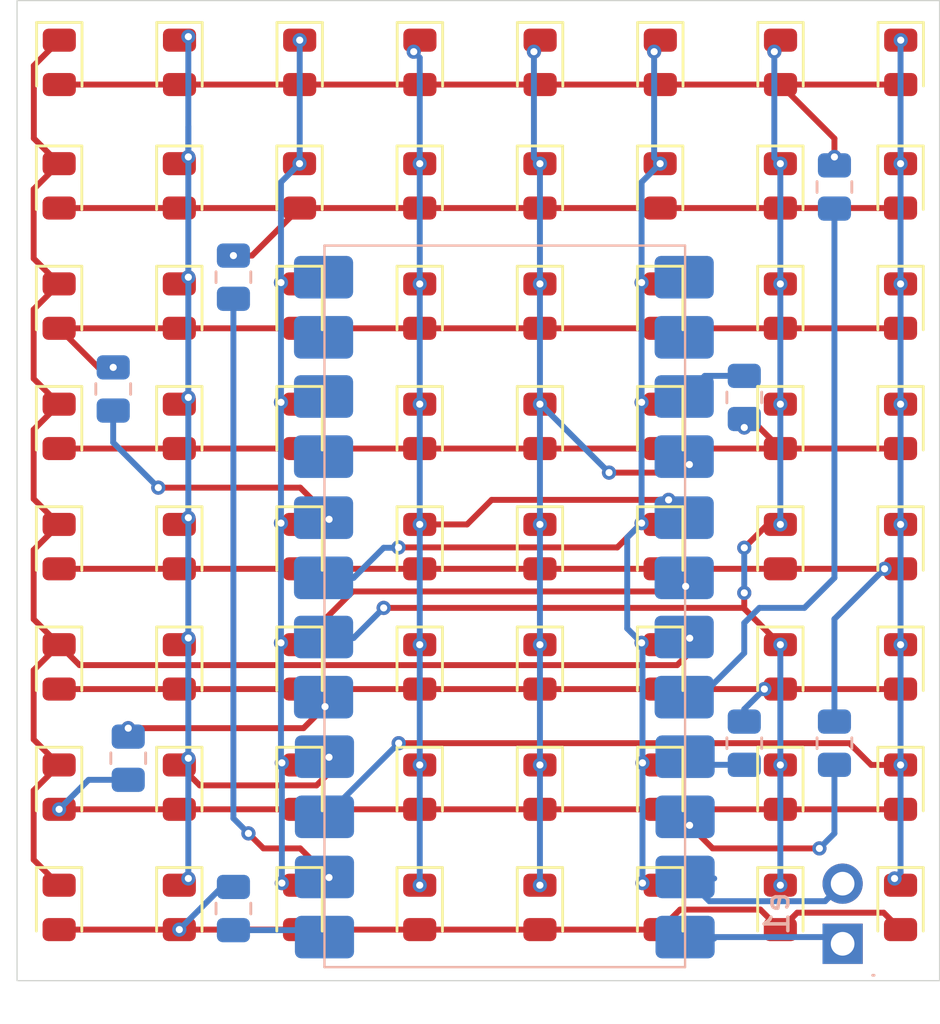
<source format=kicad_pcb>
(kicad_pcb (version 20241229) (generator "pcbnew") (generator_version "9.0")
  (layers (0 "F.Cu" signal) (2 "B.Cu" signal) (13 "F.Paste" user) (15 "B.Paste" user) (5 "F.SilkS" user "F.Silkscreen") (7 "B.SilkS" user "B.Silkscreen") (1 "F.Mask" user) (3 "B.Mask" user) (25 "Edge.Cuts" user))
  (net 0 "")
  (net 1 "Net-(D1-K)")
  (net 2 "Net-(D1-A)")
  (net 3 "Net-(D10-A)")
  (net 4 "Net-(D11-A)")
  (net 5 "Net-(D12-A)")
  (net 6 "Net-(D13-A)")
  (net 7 "Net-(D14-A)")
  (net 8 "Net-(D15-A)")
  (net 9 "Net-(D16-A)")
  (net 10 "Net-(D10-K)")
  (net 11 "Net-(D17-K)")
  (net 12 "Net-(D18-K)")
  (net 13 "Net-(D33-K)")
  (net 14 "Net-(D34-K)")
  (net 15 "Net-(D35-K)")
  (net 16 "Net-(D36-K)")
  (net 17 "Net-(J1-D2)")
  (net 18 "Net-(J1-D4)")
  (net 19 "Net-(J1-D7)")
  (net 20 "Net-(J1-C3)")
  (net 23 "Net-(J1-D6)")
  (net 26 "Net-(J1-D3)")
  (net 28 "Net-(J1-A1)")
  (net 29 "Net-(J1-C0)")
  (net 30 "Net-(J1-D5)")
  (net 32 "Net-(J1-C4)")
  (footprint "LED_SMD:LED_0805_2012Metric" (layer "F.Cu") (at 178.045 109.2175 -90)
    (property "Reference" "D59" (hide yes))
    (property "Value" "LED")
  )
  (footprint "LED_SMD:LED_0805_2012Metric" (layer "F.Cu") (at 178.045 114.2975 -90)
    (property "Reference" "D63" (hide yes))
    (property "Value" "LED")
  )
  (footprint "LED_SMD:LED_0805_2012Metric" (layer "F.Cu") (at 147.565 109.2175 -90)
    (property "Reference" "D7" (hide yes))
    (property "Value" "LED")
  )
  (footprint "" (layer "F.Cu") (at 181.474 81.326)
    (property "Reference" "")
    (property "Value" "")
  )
  (footprint "" (layer "F.Cu") (at 150.232 111.552)
    (property "Reference" "")
    (property "Value" "")
  )
  (footprint "LED_SMD:LED_0805_2012Metric" (layer "F.Cu") (at 147.565 93.9775 -90)
    (property "Reference" "D4" (hide yes))
    (property "Value" "LED")
  )
  (footprint "LED_SMD:LED_0805_2012Metric" (layer "F.Cu") (at 183.125 83.8175 -90)
    (property "Reference" "D40" (hide yes))
    (property "Value" "LED")
  )
  (footprint "LED_SMD:LED_0805_2012Metric" (layer "F.Cu") (at 183.132608 78.601006 -90)
    (property "Reference" "D36" (hide yes))
    (property "Value" "LED")
  )
  (footprint "" (layer "F.Cu") (at 181.474 111.552)
    (property "Reference" "")
    (property "Value" "")
  )
  (footprint "LED_SMD:LED_0805_2012Metric" (layer "F.Cu") (at 167.885 114.2975 -90)
    (property "Reference" "D61" (hide yes))
    (property "Value" "LED")
  )
  (footprint "LED_SMD:LED_0805_2012Metric" (layer "F.Cu") (at 178.045 88.8975 -90)
    (property "Reference" "D43" (hide yes))
    (property "Value" "LED")
  )
  (footprint "LED_SMD:LED_0805_2012Metric" (layer "F.Cu") (at 157.725 93.9775 -90)
    (property "Reference" "D23" (hide yes))
    (property "Value" "LED")
  )
  (footprint "LED_SMD:LED_0805_2012Metric" (layer "F.Cu") (at 172.965 93.9775 -90)
    (property "Reference" "D46" (hide yes))
    (property "Value" "LED")
  )
  (footprint "LED_SMD:LED_0805_2012Metric" (layer "F.Cu") (at 162.805 99.0575 -90)
    (property "Reference" "D26" (hide yes))
    (property "Value" "LED")
  )
  (footprint "LED_SMD:LED_0805_2012Metric" (layer "F.Cu") (at 152.645 83.8175 -90)
    (property "Reference" "D10" (hide yes))
    (property "Value" "LED")
  )
  (footprint "LED_SMD:LED_0805_2012Metric" (layer "F.Cu") (at 172.965 109.2175 -90)
    (property "Reference" "D58" (hide yes))
    (property "Value" "LED")
  )
  (footprint "LED_SMD:LED_0805_2012Metric" (layer "F.Cu") (at 167.885 109.2175 -90)
    (property "Reference" "D57" (hide yes))
    (property "Value" "LED")
  )
  (footprint "LED_SMD:LED_0805_2012Metric" (layer "F.Cu") (at 157.725 88.8975 -90)
    (property "Reference" "D21" (hide yes))
    (property "Value" "LED")
  )
  (footprint "LED_SMD:LED_0805_2012Metric" (layer "F.Cu") (at 152.645 114.2975 -90)
    (property "Reference" "D16" (hide yes))
    (property "Value" "LED")
  )
  (footprint "LED_SMD:LED_0805_2012Metric" (layer "F.Cu") (at 178.052608 78.601006 -90)
    (property "Reference" "D35" (hide yes))
    (property "Value" "LED")
  )
  (footprint "LED_SMD:LED_0805_2012Metric" (layer "F.Cu") (at 183.125 93.9775 -90)
    (property "Reference" "D48" (hide yes))
    (property "Value" "LED")
  )
  (footprint "LED_SMD:LED_0805_2012Metric" (layer "F.Cu") (at 183.125 104.1375 -90)
    (property "Reference" "D56" (hide yes))
    (property "Value" "LED")
  )
  (footprint "LED_SMD:LED_0805_2012Metric" (layer "F.Cu") (at 162.805 114.2975 -90)
    (property "Reference" "D32" (hide yes))
    (property "Value" "LED")
  )
  (footprint "LED_SMD:LED_0805_2012Metric" (layer "F.Cu") (at 162.812608 78.601006 -90)
    (property "Reference" "D18" (hide yes))
    (property "Value" "LED")
  )
  (footprint "LED_SMD:LED_0805_2012Metric" (layer "F.Cu") (at 147.565 114.2975 -90)
    (property "Reference" "D8" (hide yes))
    (property "Value" "LED")
  )
  (footprint "LED_SMD:LED_0805_2012Metric" (layer "F.Cu") (at 162.805 88.8975 -90)
    (property "Reference" "D22" (hide yes))
    (property "Value" "LED")
  )
  (footprint "LED_SMD:LED_0805_2012Metric" (layer "F.Cu") (at 167.885 104.1375 -90)
    (property "Reference" "D53" (hide yes))
    (property "Value" "LED")
  )
  (footprint "LED_SMD:LED_0805_2012Metric" (layer "F.Cu") (at 147.565 88.8975 -90)
    (property "Reference" "D3" (hide yes))
    (property "Value" "LED")
  )
  (footprint "" (layer "F.Cu") (at 150.232 81.326)
    (property "Reference" "")
    (property "Value" "")
  )
  (footprint "LED_SMD:LED_0805_2012Metric" (layer "F.Cu") (at 152.645 88.8975 -90)
    (property "Reference" "D11" (hide yes))
    (property "Value" "LED")
  )
  (footprint "LED_SMD:LED_0805_2012Metric" (layer "F.Cu") (at 147.572608 78.601006 -90)
    (property "Reference" "D1" (hide yes))
    (property "Value" "LED")
  )
  (footprint "LED_SMD:LED_0805_2012Metric" (layer "F.Cu") (at 157.725 99.0575 -90)
    (property "Reference" "D25" (hide yes))
    (property "Value" "LED")
  )
  (footprint "LED_SMD:LED_0805_2012Metric" (layer "F.Cu") (at 172.965 88.8975 -90)
    (property "Reference" "D42" (hide yes))
    (property "Value" "LED")
  )
  (footprint "LED_SMD:LED_0805_2012Metric" (layer "F.Cu") (at 183.125 88.8975 -90)
    (property "Reference" "D44" (hide yes))
    (property "Value" "LED")
  )
  (footprint "LED_SMD:LED_0805_2012Metric" (layer "F.Cu") (at 157.725 109.2175 -90)
    (property "Reference" "D29" (hide yes))
    (property "Value" "LED")
  )
  (footprint "LED_SMD:LED_0805_2012Metric" (layer "F.Cu") (at 152.645 109.2175 -90)
    (property "Reference" "D15" (hide yes))
    (property "Value" "LED")
  )
  (footprint "LED_SMD:LED_0805_2012Metric" (layer "F.Cu") (at 152.652608 78.601006 -90)
    (property "Reference" "D9" (hide yes))
    (property "Value" "LED")
  )
  (footprint "LED_SMD:LED_0805_2012Metric" (layer "F.Cu") (at 147.565 104.1375 -90)
    (property "Reference" "D6" (hide yes))
    (property "Value" "LED")
  )
  (footprint "LED_SMD:LED_0805_2012Metric" (layer "F.Cu") (at 183.125 109.2175 -90)
    (property "Reference" "D60" (hide yes))
    (property "Value" "LED")
  )
  (footprint "LED_SMD:LED_0805_2012Metric" (layer "F.Cu") (at 147.565 99.0575 -90)
    (property "Reference" "D5" (hide yes))
    (property "Value" "LED")
  )
  (footprint "LED_SMD:LED_0805_2012Metric" (layer "F.Cu") (at 183.125 114.2975 -90)
    (property "Reference" "D64" (hide yes))
    (property "Value" "LED")
  )
  (footprint "LED_SMD:LED_0805_2012Metric" (layer "F.Cu") (at 152.645 93.9775 -90)
    (property "Reference" "D12" (hide yes))
    (property "Value" "LED")
  )
  (footprint "LED_SMD:LED_0805_2012Metric" (layer "F.Cu") (at 147.565 83.8175 -90)
    (property "Reference" "D2" (hide yes))
    (property "Value" "LED")
  )
  (footprint "LED_SMD:LED_0805_2012Metric" (layer "F.Cu") (at 178.045 99.0575 -90)
    (property "Reference" "D51" (hide yes))
    (property "Value" "LED")
  )
  (footprint "LED_SMD:LED_0805_2012Metric" (layer "F.Cu") (at 162.805 93.9775 -90)
    (property "Reference" "D24" (hide yes))
    (property "Value" "LED")
  )
  (footprint "LED_SMD:LED_0805_2012Metric" (layer "F.Cu") (at 167.885 93.9775 -90)
    (property "Reference" "D45" (hide yes))
    (property "Value" "LED")
  )
  (footprint "LED_SMD:LED_0805_2012Metric" (layer "F.Cu") (at 162.805 104.1375 -90)
    (property "Reference" "D28" (hide yes))
    (property "Value" "LED")
  )
  (footprint "LED_SMD:LED_0805_2012Metric" (layer "F.Cu") (at 172.965 99.0575 -90)
    (property "Reference" "D50" (hide yes))
    (property "Value" "LED")
  )
  (footprint "LED_SMD:LED_0805_2012Metric" (layer "F.Cu") (at 162.805 83.8175 -90)
    (property "Reference" "D20" (hide yes))
    (property "Value" "LED")
  )
  (footprint "LED_SMD:LED_0805_2012Metric" (layer "F.Cu") (at 167.892608 78.601006 -90)
    (property "Reference" "D33" (hide yes))
    (property "Value" "LED")
  )
  (footprint "LED_SMD:LED_0805_2012Metric" (layer "F.Cu") (at 157.725 83.8175 -90)
    (property "Reference" "D19" (hide yes))
    (property "Value" "LED")
  )
  (footprint "LED_SMD:LED_0805_2012Metric" (layer "F.Cu") (at 172.972608 78.601006 -90)
    (property "Reference" "D34" (hide yes))
    (property "Value" "LED")
  )
  (footprint "LED_SMD:LED_0805_2012Metric" (layer "F.Cu") (at 172.965 83.8175 -90)
    (property "Reference" "D38" (hide yes))
    (property "Value" "LED")
  )
  (footprint "LED_SMD:LED_0805_2012Metric" (layer "F.Cu") (at 157.732608 78.601006 -90)
    (property "Reference" "D17" (hide yes))
    (property "Value" "LED")
  )
  (footprint "LED_SMD:LED_0805_2012Metric" (layer "F.Cu") (at 152.645 104.1375 -90)
    (property "Reference" "D14" (hide yes))
    (property "Value" "LED")
  )
  (footprint "LED_SMD:LED_0805_2012Metric" (layer "F.Cu") (at 162.805 109.2175 -90)
    (property "Reference" "D30" (hide yes))
    (property "Value" "LED")
  )
  (footprint "LED_SMD:LED_0805_2012Metric" (layer "F.Cu") (at 178.045 83.8175 -90)
    (property "Reference" "D39" (hide yes))
    (property "Value" "LED")
  )
  (footprint "LED_SMD:LED_0805_2012Metric" (layer "F.Cu") (at 152.645 99.0575 -90)
    (property "Reference" "D13" (hide yes))
    (property "Value" "LED")
  )
  (footprint "LED_SMD:LED_0805_2012Metric" (layer "F.Cu") (at 183.125 99.0575 -90)
    (property "Reference" "D52" (hide yes))
    (property "Value" "LED")
  )
  (footprint "LED_SMD:LED_0805_2012Metric" (layer "F.Cu") (at 157.725 104.1375 -90)
    (property "Reference" "D27" (hide yes))
    (property "Value" "LED")
  )
  (footprint "LED_SMD:LED_0805_2012Metric" (layer "F.Cu") (at 172.965 104.1375 -90)
    (property "Reference" "D54" (hide yes))
    (property "Value" "LED")
  )
  (footprint "LED_SMD:LED_0805_2012Metric" (layer "F.Cu") (at 167.885 88.8975 -90)
    (property "Reference" "D41" (hide yes))
    (property "Value" "LED")
  )
  (footprint "LED_SMD:LED_0805_2012Metric" (layer "F.Cu") (at 167.885 83.8175 -90)
    (property "Reference" "D37" (hide yes))
    (property "Value" "LED")
  )
  (footprint "LED_SMD:LED_0805_2012Metric" (layer "F.Cu") (at 157.725 114.2975 -90)
    (property "Reference" "D31" (hide yes))
    (property "Value" "LED")
  )
  (footprint "LED_SMD:LED_0805_2012Metric" (layer "F.Cu") (at 178.045 93.9775 -90)
    (property "Reference" "D47" (hide yes))
    (property "Value" "LED")
  )
  (footprint "LED_SMD:LED_0805_2012Metric" (layer "F.Cu") (at 172.965 114.2975 -90)
    (property "Reference" "D62" (hide yes))
    (property "Value" "LED")
  )
  (footprint "LED_SMD:LED_0805_2012Metric" (layer "F.Cu") (at 167.885 99.0575 -90)
    (property "Reference" "D49" (hide yes))
    (property "Value" "LED")
  )
  (footprint "LED_SMD:LED_0805_2012Metric" (layer "F.Cu") (at 178.045 104.1375 -90)
    (property "Reference" "D55" (hide yes))
    (property "Value" "LED")
  )
  (footprint "Connector_PinSocket_2.54mm:PinSocket_2x01_P2.54mm_Vertical" (layer "B.Cu") (at 180.677 115.835 -90)
    (property "Reference" "e1")
    (property "Value" "Conn_01x02")
  )
  (footprint "Resistor_SMD:R_0805_2012Metric" (layer "B.Cu") (at 149.851 92.3985 -90)
    (property "Reference" "R3" (hide yes))
    (property "Value" "R" (hide yes))
  )
  (footprint "Resistor_SMD:R_0805_2012Metric" (layer "B.Cu") (at 176.521 107.361 -90)
    (property "Reference" "R6" (hide yes))
    (property "Value" "R" (hide yes))
  )
  (footprint "Resistor_SMD:R_0805_2012Metric" (layer "B.Cu") (at 176.521 92.756 90)
    (property "Reference" "R4" (hide yes))
    (property "Value" "R" (hide yes))
  )
  (footprint "Resistor_SMD:R_0805_2012Metric" (layer "B.Cu") (at 154.931 87.676 -90)
    (property "Reference" "R2" (hide yes))
    (property "Value" "R" (hide yes))
  )
  (footprint "Resistor_SMD:R_0805_2012Metric" (layer "B.Cu") (at 150.486 107.996 90)
    (property "Reference" "R7" (hide yes))
    (property "Value" "R" (hide yes))
  )
  (footprint "Resistor_SMD:R_0805_2012Metric" (layer "B.Cu") (at 180.331 107.361 -90)
    (property "Reference" "R5" (hide yes))
    (property "Value" "R" (hide yes))
  )
  (footprint "Resistor_SMD:R_0805_2012Metric" (layer "B.Cu") (at 180.331 83.866 -90)
    (property "Reference" "R1" (hide yes))
    (property "Value" "R" (hide yes))
  )
  (footprint "Resistor_SMD:R_0805_2012Metric" (layer "B.Cu") (at 154.931 114.346 -90)
    (property "Reference" "R8" (hide yes))
    (property "Value" "R" (hide yes))
  )
  (footprint "Library:ch32v003weact_SolderPad_15.24mm" (layer "B.Cu") (at 166.399082 118.091343 180)
    (property "Reference" "J1" (hide yes))
    (property "Value" "Conn_02x12_Counter_Clockwise" (hide yes))
  )
  (gr_line (start 173.981 106.091) (end 173.981 105.456) (stroke (width 0.2)) (layer "B.Cu") (net 17))
  (gr_rect (start 145.787 75.992) (end 184.776 117.394) (stroke (width 0.05)) (fill no) (layer "Edge.Cuts"))
  (segment (start 146.489 102.124) (end 147.565 103.2) (width 0.25) (layer "F.Cu") (net 1))
  (segment (start 147.565 98.12) (end 146.489 99.196) (width 0.25) (layer "F.Cu") (net 1))
  (segment (start 146.489 109.356) (end 146.489 112.284) (width 0.25) (layer "F.Cu") (net 1))
  (segment (start 146.489 83.956) (end 146.489 86.884) (width 0.25) (layer "F.Cu") (net 1))
  (segment (start 146.489 104.276) (end 146.489 107.204) (width 0.25) (layer "F.Cu") (net 1))
  (segment (start 146.489 99.196) (end 146.489 102.124) (width 0.25) (layer "F.Cu") (net 1))
  (segment (start 147.565 82.88) (end 146.489 83.956) (width 0.25) (layer "F.Cu") (net 1))
  (segment (start 147.565 108.28) (end 146.489 109.356) (width 0.25) (layer "F.Cu") (net 1))
  (segment (start 146.489 112.284) (end 147.565 113.36) (width 0.25) (layer "F.Cu") (net 1))
  (segment (start 146.496608 81.811608) (end 147.565 82.88) (width 0.25) (layer "F.Cu") (net 1))
  (segment (start 174.214963 103.533249) (end 174.214963 102.925909) (width 0.25) (layer "F.Cu") (net 1))
  (segment (start 147.565 103.2) (end 146.489 104.276) (width 0.25) (layer "F.Cu") (net 1))
  (segment (start 146.489 94.116) (end 146.489 97.044) (width 0.25) (layer "F.Cu") (net 1))
  (segment (start 147.572608 77.663506) (end 146.496608 78.739506) (width 0.25) (layer "F.Cu") (net 1))
  (segment (start 146.489 97.044) (end 147.565 98.12) (width 0.25) (layer "F.Cu") (net 1))
  (segment (start 146.489 107.204) (end 147.565 108.28) (width 0.25) (layer "F.Cu") (net 1))
  (segment (start 173.684712 104.0635) (end 174.214963 103.533249) (width 0.25) (layer "F.Cu") (net 1))
  (segment (start 146.496608 78.739506) (end 146.496608 81.811608) (width 0.25) (layer "F.Cu") (net 1))
  (segment (start 146.489 91.964) (end 147.565 93.04) (width 0.25) (layer "F.Cu") (net 1))
  (segment (start 146.489 89.036) (end 146.489 91.964) (width 0.25) (layer "F.Cu") (net 1))
  (segment (start 147.565 103.2) (end 148.4285 104.0635) (width 0.25) (layer "F.Cu") (net 1))
  (segment (start 147.565 93.04) (end 146.489 94.116) (width 0.25) (layer "F.Cu") (net 1))
  (segment (start 147.565 87.96) (end 146.489 89.036) (width 0.25) (layer "F.Cu") (net 1))
  (segment (start 148.4285 104.0635) (end 173.684712 104.0635) (width 0.25) (layer "F.Cu") (net 1))
  (segment (start 146.489 86.884) (end 147.565 87.96) (width 0.25) (layer "F.Cu") (net 1))
  (via (at 174.214963 102.925909) (size 0.6) (drill 0.3) (layers "F.Cu" "B.Cu") (net 1))
  (segment (start 180.331 81.816898) (end 178.052608 79.538506) (width 0.25) (layer "F.Cu") (net 2))
  (segment (start 147.572608 79.538506) (end 183.132608 79.538506) (width 0.25) (layer "F.Cu") (net 2))
  (segment (start 180.331 82.596) (end 180.331 81.816898) (width 0.25) (layer "F.Cu") (net 2))
  (via (at 180.331 82.596) (size 0.6) (drill 0.3) (layers "F.Cu" "B.Cu") (net 2))
  (segment (start 180.331 82.9535) (end 180.331 82.596) (width 0.25) (layer "B.Cu") (net 2))
  (segment (start 155.7165 86.7635) (end 157.725 84.755) (width 0.25) (layer "F.Cu") (net 3))
  (segment (start 154.931 86.7635) (end 155.7165 86.7635) (width 0.25) (layer "F.Cu") (net 3))
  (segment (start 147.565 84.755) (end 183.125 84.755) (width 0.25) (layer "F.Cu") (net 3))
  (via (at 154.931 86.7635) (size 0.6) (drill 0.3) (layers "F.Cu" "B.Cu") (net 3))
  (segment (start 149.216 91.486) (end 147.565 89.835) (width 0.25) (layer "F.Cu") (net 4))
  (segment (start 149.851 91.486) (end 149.216 91.486) (width 0.25) (layer "F.Cu") (net 4))
  (segment (start 147.565 89.835) (end 183.125 89.835) (width 0.25) (layer "F.Cu") (net 4))
  (via (at 149.851 91.486) (size 0.6) (drill 0.3) (layers "F.Cu" "B.Cu") (net 4))
  (segment (start 177.156 94.026) (end 178.045 94.915) (width 0.25) (layer "F.Cu") (net 5))
  (segment (start 176.521 94.026) (end 177.156 94.026) (width 0.25) (layer "F.Cu") (net 5))
  (segment (start 147.565 94.915) (end 183.125 94.915) (width 0.25) (layer "F.Cu") (net 5))
  (via (at 176.521 94.026) (size 0.6) (drill 0.3) (layers "F.Cu" "B.Cu") (net 5))
  (segment (start 176.521 93.6685) (end 176.521 94.026) (width 0.25) (layer "B.Cu") (net 5))
  (segment (start 147.565 99.995) (end 183.125 99.995) (width 0.25) (layer "F.Cu") (net 6))
  (via (at 182.45 99.995) (size 0.6) (drill 0.3) (layers "F.Cu" "B.Cu") (net 6))
  (segment (start 180.331 106.4485) (end 180.331 102.114) (width 0.25) (layer "B.Cu") (net 6))
  (segment (start 180.331 102.114) (end 182.45 99.995) (width 0.25) (layer "B.Cu") (net 6))
  (segment (start 147.565 105.075) (end 183.125 105.075) (width 0.25) (layer "F.Cu") (net 7))
  (via (at 177.37 105.075) (size 0.6) (drill 0.3) (layers "F.Cu" "B.Cu") (net 7))
  (segment (start 176.521 106.4485) (end 176.521 105.924) (width 0.25) (layer "B.Cu") (net 7))
  (segment (start 176.521 105.924) (end 177.37 105.075) (width 0.25) (layer "B.Cu") (net 7))
  (segment (start 147.565 110.155) (end 183.125 110.155) (width 0.25) (layer "F.Cu") (net 8))
  (via (at 147.565 110.155) (size 0.6) (drill 0.3) (layers "F.Cu" "B.Cu") (net 8))
  (segment (start 148.8115 108.9085) (end 147.565 110.155) (width 0.25) (layer "B.Cu") (net 8))
  (segment (start 150.486 108.9085) (end 148.8115 108.9085) (width 0.25) (layer "B.Cu") (net 8))
  (segment (start 173.81 114.39) (end 172.965 115.235) (width 0.25) (layer "F.Cu") (net 9))
  (segment (start 172.965 115.235) (end 147.565 115.235) (width 0.25) (layer "F.Cu") (net 9))
  (segment (start 182.411 114.521) (end 178.759 114.521) (width 0.25) (layer "F.Cu") (net 9))
  (segment (start 178.759 114.521) (end 178.045 115.235) (width 0.25) (layer "F.Cu") (net 9))
  (segment (start 177.2 114.39) (end 173.81 114.39) (width 0.25) (layer "F.Cu") (net 9))
  (segment (start 183.125 115.235) (end 182.411 114.521) (width 0.25) (layer "F.Cu") (net 9))
  (segment (start 178.045 115.235) (end 177.2 114.39) (width 0.25) (layer "F.Cu") (net 9))
  (via (at 152.645 115.235) (size 0.6) (drill 0.3) (layers "F.Cu" "B.Cu") (net 9))
  (segment (start 154.931 113.4335) (end 154.931 113.076) (width 0.25) (layer "B.Cu") (net 9))
  (segment (start 154.931 113.076) (end 154.804 113.076) (width 0.25) (layer "B.Cu") (net 9))
  (segment (start 154.804 113.076) (end 152.645 115.235) (width 0.25) (layer "B.Cu") (net 9))
  (segment (start 152.742 108.28) (end 153.026 107.996) (width 0.25) (layer "F.Cu") (net 10))
  (segment (start 152.878494 77.663506) (end 153.026 77.516) (width 0.25) (layer "F.Cu") (net 10))
  (segment (start 158.972004 108.616208) (end 158.444712 109.1435) (width 0.25) (layer "F.Cu") (net 10))
  (segment (start 153.5085 109.1435) (end 152.645 108.28) (width 0.25) (layer "F.Cu") (net 10))
  (segment (start 153.026 82.596) (end 152.929 82.596) (width 0.25) (layer "F.Cu") (net 10))
  (segment (start 152.645 108.28) (end 152.742 108.28) (width 0.25) (layer "F.Cu") (net 10))
  (segment (start 158.972004 107.954925) (end 158.972004 108.616208) (width 0.25) (layer "F.Cu") (net 10))
  (segment (start 152.645 113.36) (end 152.742 113.36) (width 0.25) (layer "F.Cu") (net 10))
  (segment (start 152.645 98.12) (end 152.742 98.12) (width 0.25) (layer "F.Cu") (net 10))
  (segment (start 152.742 93.04) (end 153.026 92.756) (width 0.25) (layer "F.Cu") (net 10))
  (segment (start 152.742 98.12) (end 153.026 97.836) (width 0.25) (layer "F.Cu") (net 10))
  (segment (start 152.652608 77.663506) (end 152.878494 77.663506) (width 0.25) (layer "F.Cu") (net 10))
  (segment (start 152.645 87.96) (end 152.742 87.96) (width 0.25) (layer "F.Cu") (net 10))
  (segment (start 152.645 93.04) (end 152.742 93.04) (width 0.25) (layer "F.Cu") (net 10))
  (segment (start 158.444712 109.1435) (end 153.5085 109.1435) (width 0.25) (layer "F.Cu") (net 10))
  (segment (start 152.929 82.596) (end 152.645 82.88) (width 0.25) (layer "F.Cu") (net 10))
  (segment (start 152.742 113.36) (end 153.026 113.076) (width 0.25) (layer "F.Cu") (net 10))
  (segment (start 152.645 103.2) (end 152.742 103.2) (width 0.25) (layer "F.Cu") (net 10))
  (segment (start 152.742 87.96) (end 153.026 87.676) (width 0.25) (layer "F.Cu") (net 10))
  (segment (start 152.742 103.2) (end 153.026 102.916) (width 0.25) (layer "F.Cu") (net 10))
  (via (at 158.972004 107.954925) (size 0.6) (drill 0.3) (layers "F.Cu" "B.Cu") (net 10))
  (via (at 153.026 102.916) (size 0.6) (drill 0.3) (layers "F.Cu" "B.Cu") (net 10))
  (via (at 153.026 87.676) (size 0.6) (drill 0.3) (layers "F.Cu" "B.Cu") (net 10))
  (via (at 153.026 82.596) (size 0.6) (drill 0.3) (layers "F.Cu" "B.Cu") (net 10))
  (via (at 153.026 107.996) (size 0.6) (drill 0.3) (layers "F.Cu" "B.Cu") (net 10))
  (via (at 153.026 113.076) (size 0.6) (drill 0.3) (layers "F.Cu" "B.Cu") (net 10))
  (via (at 153.026 97.836) (size 0.6) (drill 0.3) (layers "F.Cu" "B.Cu") (net 10))
  (via (at 153.026 92.756) (size 0.6) (drill 0.3) (layers "F.Cu" "B.Cu") (net 10))
  (via (at 153.026 77.516) (size 0.6) (drill 0.3) (layers "F.Cu" "B.Cu") (net 10))
  (segment (start 153.026 92.756) (end 153.026 97.836) (width 0.25) (layer "B.Cu") (net 10))
  (segment (start 158.779082 107.957918) (end 158.741 107.996) (width 0.25) (layer "B.Cu") (net 10))
  (segment (start 153.026 81.326) (end 153.026 82.596) (width 0.25) (layer "B.Cu") (net 10))
  (segment (start 153.026 77.516) (end 153.026 81.326) (width 0.25) (layer "B.Cu") (net 10))
  (segment (start 153.026 107.996) (end 153.026 113.076) (width 0.25) (layer "B.Cu") (net 10))
  (segment (start 153.026 87.676) (end 153.026 92.756) (width 0.25) (layer "B.Cu") (net 10))
  (segment (start 153.026 81.326) (end 153.026 87.041) (width 0.25) (layer "B.Cu") (net 10))
  (segment (start 153.026 87.041) (end 153.026 87.676) (width 0.25) (layer "B.Cu") (net 10))
  (segment (start 153.026 97.836) (end 153.026 102.916) (width 0.25) (layer "B.Cu") (net 10))
  (segment (start 158.741 107.996) (end 158.930929 107.996) (width 0.25) (layer "B.Cu") (net 10))
  (segment (start 158.779082 107.931343) (end 158.779082 107.957918) (width 0.25) (layer "B.Cu") (net 10))
  (segment (start 158.930929 107.996) (end 158.972004 107.954925) (width 0.25) (layer "B.Cu") (net 10))
  (segment (start 153.026 102.916) (end 153.026 107.996) (width 0.25) (layer "B.Cu") (net 10))
  (segment (start 159.974 100.951) (end 173.82833 100.951) (width 0.25) (layer "F.Cu") (net 11))
  (segment (start 157.725 103.2) (end 159.974 100.951) (width 0.25) (layer "F.Cu") (net 11))
  (segment (start 157.725 87.96) (end 157.725 88.034026) (width 0.25) (layer "F.Cu") (net 11))
  (segment (start 157.725 93.04) (end 157.725 93.114026) (width 0.25) (layer "F.Cu") (net 11))
  (segment (start 157.725 98.12) (end 157.725 98.194026) (width 0.25) (layer "F.Cu") (net 11))
  (segment (start 157.732608 77.663506) (end 157.323494 77.663506) (width 0.25) (layer "F.Cu") (net 11))
  (segment (start 173.82833 100.951) (end 174.042941 100.736389) (width 0.25) (layer "F.Cu") (net 11))
  (via (at 156.941 98.064197) (size 0.6) (drill 0.3) (layers "F.Cu" "B.Cu") (net 11))
  (via (at 156.941 103.122275) (size 0.6) (drill 0.3) (layers "F.Cu" "B.Cu") (net 11))
  (via (at 157.732608 77.663506) (size 0.6) (drill 0.3) (layers "F.Cu" "B.Cu") (net 11))
  (via (at 174.042941 100.736389) (size 0.6) (drill 0.3) (layers "F.Cu" "B.Cu") (net 11))
  (via (at 156.979082 113.270444) (size 0.6) (drill 0.3) (layers "F.Cu" "B.Cu") (net 11))
  (via (at 156.941 92.962275) (size 0.6) (drill 0.3) (layers "F.Cu" "B.Cu") (net 11))
  (via (at 156.941 87.904197) (size 0.6) (drill 0.3) (layers "F.Cu" "B.Cu") (net 11))
  (via (at 157.725 82.88) (size 0.6) (drill 0.3) (layers "F.Cu" "B.Cu") (net 11))
  (via (at 156.979082 108.190444) (size 0.6) (drill 0.3) (layers "F.Cu" "B.Cu") (net 11))
  (segment (start 157.725 82.88) (end 156.941 83.664) (width 0.25) (layer "B.Cu") (net 11))
  (segment (start 157.732608 82.872392) (end 157.725 82.88) (width 0.25) (layer "B.Cu") (net 11))
  (segment (start 156.941 108.152362) (end 156.979082 108.190444) (width 0.25) (layer "B.Cu") (net 11))
  (segment (start 156.941 98.064197) (end 156.941 103.122275) (width 0.25) (layer "B.Cu") (net 11))
  (segment (start 156.979082 108.190444) (end 156.979082 113.270444) (width 0.25) (layer "B.Cu") (net 11))
  (segment (start 157.732608 77.663506) (end 157.732608 82.872392) (width 0.25) (layer "B.Cu") (net 11))
  (segment (start 156.941 103.122275) (end 156.941 108.152362) (width 0.25) (layer "B.Cu") (net 11))
  (segment (start 156.941 83.664) (end 156.941 87.904197) (width 0.25) (layer "B.Cu") (net 11))
  (segment (start 156.941 87.904197) (end 156.941 92.962275) (width 0.25) (layer "B.Cu") (net 11))
  (segment (start 156.941 92.962275) (end 156.941 98.064197) (width 0.25) (layer "B.Cu") (net 11))
  (segment (start 173.321962 97.0825) (end 165.8445 97.0825) (width 0.25) (layer "F.Cu") (net 12))
  (segment (start 164.807 98.12) (end 162.805 98.12) (width 0.25) (layer "F.Cu") (net 12))
  (segment (start 165.8445 97.0825) (end 164.807 98.12) (width 0.25) (layer "F.Cu") (net 12))
  (segment (start 162.812608 77.889392) (end 162.551 78.151) (width 0.25) (layer "F.Cu") (net 12))
  (segment (start 162.812608 77.663506) (end 162.812608 77.889392) (width 0.25) (layer "F.Cu") (net 12))
  (via (at 162.805 93.04) (size 0.6) (drill 0.3) (layers "F.Cu" "B.Cu") (net 12))
  (via (at 162.805 113.36) (size 0.6) (drill 0.3) (layers "F.Cu" "B.Cu") (net 12))
  (via (at 162.805 87.96) (size 0.6) (drill 0.3) (layers "F.Cu" "B.Cu") (net 12))
  (via (at 173.321962 97.0825) (size 0.6) (drill 0.3) (layers "F.Cu" "B.Cu") (net 12))
  (via (at 162.805 108.28) (size 0.6) (drill 0.3) (layers "F.Cu" "B.Cu") (net 12))
  (via (at 162.551 78.151) (size 0.6) (drill 0.3) (layers "F.Cu" "B.Cu") (net 12))
  (via (at 162.805 82.88) (size 0.6) (drill 0.3) (layers "F.Cu" "B.Cu") (net 12))
  (via (at 162.805 98.12) (size 0.6) (drill 0.3) (layers "F.Cu" "B.Cu") (net 12))
  (via (at 162.805 103.2) (size 0.6) (drill 0.3) (layers "F.Cu" "B.Cu") (net 12))
  (segment (start 162.805 98.12) (end 162.805 103.2) (width 0.25) (layer "B.Cu") (net 12))
  (segment (start 162.551 78.151) (end 162.805 78.405) (width 0.25) (layer "B.Cu") (net 12))
  (segment (start 162.805 93.04) (end 162.805 98.12) (width 0.25) (layer "B.Cu") (net 12))
  (segment (start 173.981 97.836) (end 173.981 97.741538) (width 0.25) (layer "B.Cu") (net 12))
  (segment (start 162.805 82.88) (end 162.805 87.96) (width 0.25) (layer "B.Cu") (net 12))
  (segment (start 162.805 78.405) (end 162.805 82.88) (width 0.25) (layer "B.Cu") (net 12))
  (segment (start 162.805 87.96) (end 162.805 93.04) (width 0.25) (layer "B.Cu") (net 12))
  (segment (start 162.805 108.28) (end 162.805 113.36) (width 0.25) (layer "B.Cu") (net 12))
  (segment (start 162.805 103.2) (end 162.805 108.28) (width 0.25) (layer "B.Cu") (net 12))
  (segment (start 173.981 97.741538) (end 173.321962 97.0825) (width 0.25) (layer "B.Cu") (net 12))
  (segment (start 170.806 95.931) (end 173.860062 95.931) (width 0.25) (layer "F.Cu") (net 13))
  (segment (start 167.892608 77.663506) (end 167.892608 77.889392) (width 0.25) (layer "F.Cu") (net 13))
  (segment (start 173.860062 95.931) (end 174.201062 95.59) (width 0.25) (layer "F.Cu") (net 13))
  (segment (start 167.892608 77.889392) (end 167.631 78.151) (width 0.25) (layer "F.Cu") (net 13))
  (via (at 170.806 95.931) (size 0.6) (drill 0.3) (layers "F.Cu" "B.Cu") (net 13))
  (via (at 167.885 113.36) (size 0.6) (drill 0.3) (layers "F.Cu" "B.Cu") (net 13))
  (via (at 167.631 78.151) (size 0.6) (drill 0.3) (layers "F.Cu" "B.Cu") (net 13))
  (via (at 167.885 82.88) (size 0.6) (drill 0.3) (layers "F.Cu" "B.Cu") (net 13))
  (via (at 167.885 98.12) (size 0.6) (drill 0.3) (layers "F.Cu" "B.Cu") (net 13))
  (via (at 167.885 108.28) (size 0.6) (drill 0.3) (layers "F.Cu" "B.Cu") (net 13))
  (via (at 167.885 87.96) (size 0.6) (drill 0.3) (layers "F.Cu" "B.Cu") (net 13))
  (via (at 174.201062 95.59) (size 0.6) (drill 0.3) (layers "F.Cu" "B.Cu") (net 13))
  (via (at 167.885 103.2) (size 0.6) (drill 0.3) (layers "F.Cu" "B.Cu") (net 13))
  (via (at 167.885 93.04) (size 0.6) (drill 0.3) (layers "F.Cu" "B.Cu") (net 13))
  (segment (start 167.885 87.96) (end 167.885 93.04) (width 0.25) (layer "B.Cu") (net 13))
  (segment (start 167.885 103.2) (end 167.885 108.28) (width 0.25) (layer "B.Cu") (net 13))
  (segment (start 167.885 108.28) (end 167.885 113.36) (width 0.25) (layer "B.Cu") (net 13))
  (segment (start 167.885 82.88) (end 167.885 87.96) (width 0.25) (layer "B.Cu") (net 13))
  (segment (start 167.915 93.04) (end 170.806 95.931) (width 0.25) (layer "B.Cu") (net 13))
  (segment (start 167.885 93.04) (end 167.915 93.04) (width 0.25) (layer "B.Cu") (net 13))
  (segment (start 167.631 78.151) (end 167.631 82.626) (width 0.25) (layer "B.Cu") (net 13))
  (segment (start 167.885 98.12) (end 167.885 103.2) (width 0.25) (layer "B.Cu") (net 13))
  (segment (start 167.631 82.626) (end 167.885 82.88) (width 0.25) (layer "B.Cu") (net 13))
  (segment (start 167.885 93.04) (end 167.885 98.12) (width 0.25) (layer "B.Cu") (net 13))
  (segment (start 172.972608 77.663506) (end 172.972608 77.889392) (width 0.25) (layer "F.Cu") (net 14))
  (segment (start 171.153905 99.091292) (end 172.181 98.064197) (width 0.25) (layer "F.Cu") (net 14))
  (segment (start 161.907734 99.091292) (end 171.153905 99.091292) (width 0.25) (layer "F.Cu") (net 14))
  (segment (start 172.972608 77.889392) (end 172.711 78.151) (width 0.25) (layer "F.Cu") (net 14))
  (via (at 172.181 103.122275) (size 0.6) (drill 0.3) (layers "F.Cu" "B.Cu") (net 14))
  (via (at 172.181 92.962275) (size 0.6) (drill 0.3) (layers "F.Cu" "B.Cu") (net 14))
  (via (at 172.965 82.88) (size 0.6) (drill 0.3) (layers "F.Cu" "B.Cu") (net 14))
  (via (at 172.219082 108.190444) (size 0.6) (drill 0.3) (layers "F.Cu" "B.Cu") (net 14))
  (via (at 172.181 98.064197) (size 0.6) (drill 0.3) (layers "F.Cu" "B.Cu") (net 14))
  (via (at 172.219082 113.270444) (size 0.6) (drill 0.3) (layers "F.Cu" "B.Cu") (net 14))
  (via (at 161.907734 99.091292) (size 0.6) (drill 0.3) (layers "F.Cu" "B.Cu") (net 14))
  (via (at 172.181 87.904197) (size 0.6) (drill 0.3) (layers "F.Cu" "B.Cu") (net 14))
  (via (at 172.711 78.151) (size 0.6) (drill 0.3) (layers "F.Cu" "B.Cu") (net 14))
  (segment (start 172.181 103.122275) (end 172.219082 103.160357) (width 0.25) (layer "B.Cu") (net 14))
  (segment (start 160.011 100.376) (end 161.281 99.106) (width 0.25) (layer "B.Cu") (net 14))
  (segment (start 172.711 82.626) (end 172.965 82.88) (width 0.25) (layer "B.Cu") (net 14))
  (segment (start 172.181 98.064197) (end 171.575 98.670197) (width 0.25) (layer "B.Cu") (net 14))
  (segment (start 172.219082 108.190444) (end 172.219082 113.270444) (width 0.25) (layer "B.Cu") (net 14))
  (segment (start 172.711 78.151) (end 172.711 82.626) (width 0.25) (layer "B.Cu") (net 14))
  (segment (start 171.575 98.670197) (end 171.575 102.516275) (width 0.25) (layer "B.Cu") (net 14))
  (segment (start 158.741 100.376) (end 160.011 100.376) (width 0.25) (layer "B.Cu") (net 14))
  (segment (start 172.181 83.664) (end 172.181 87.904197) (width 0.25) (layer "B.Cu") (net 14))
  (segment (start 172.181 92.962275) (end 172.181 98.064197) (width 0.25) (layer "B.Cu") (net 14))
  (segment (start 171.575 102.516275) (end 172.181 103.122275) (width 0.25) (layer "B.Cu") (net 14))
  (segment (start 172.219082 103.160357) (end 172.219082 108.190444) (width 0.25) (layer "B.Cu") (net 14))
  (segment (start 161.893026 99.106) (end 161.907734 99.091292) (width 0.25) (layer "B.Cu") (net 14))
  (segment (start 172.181 87.904197) (end 172.181 92.962275) (width 0.25) (layer "B.Cu") (net 14))
  (segment (start 172.965 82.88) (end 172.181 83.664) (width 0.25) (layer "B.Cu") (net 14))
  (segment (start 161.281 99.106) (end 161.893026 99.106) (width 0.25) (layer "B.Cu") (net 14))
  (segment (start 177.141 102.296) (end 178.045 103.2) (width 0.25) (layer "F.Cu") (net 15))
  (segment (start 176.491 101.646) (end 177.141 102.296) (width 0.25) (layer "F.Cu") (net 15))
  (segment (start 178.052608 77.663506) (end 178.052608 77.889392) (width 0.25) (layer "F.Cu") (net 15))
  (segment (start 161.281 101.646) (end 176.491 101.646) (width 0.25) (layer "F.Cu") (net 15))
  (segment (start 176.521 101.011) (end 176.521 101.676) (width 0.25) (layer "F.Cu") (net 15))
  (segment (start 177.938506 77.663506) (end 177.791 77.516) (width 0.25) (layer "F.Cu") (net 15))
  (segment (start 176.521 101.676) (end 177.141 102.296) (width 0.25) (layer "F.Cu") (net 15))
  (segment (start 178.045 98.12) (end 177.507 98.12) (width 0.25) (layer "F.Cu") (net 15))
  (segment (start 178.052608 77.889392) (end 177.791 78.151) (width 0.25) (layer "F.Cu") (net 15))
  (segment (start 177.507 98.12) (end 176.521 99.106) (width 0.25) (layer "F.Cu") (net 15))
  (via (at 178.045 98.12) (size 0.6) (drill 0.3) (layers "F.Cu" "B.Cu") (net 15))
  (via (at 176.521 99.106) (size 0.6) (drill 0.3) (layers "F.Cu" "B.Cu") (net 15))
  (via (at 178.045 87.96) (size 0.6) (drill 0.3) (layers "F.Cu" "B.Cu") (net 15))
  (via (at 177.791 78.151) (size 0.6) (drill 0.3) (layers "F.Cu" "B.Cu") (net 15))
  (via (at 178.045 93.04) (size 0.6) (drill 0.3) (layers "F.Cu" "B.Cu") (net 15))
  (via (at 176.521 101.011) (size 0.6) (drill 0.3) (layers "F.Cu" "B.Cu") (net 15))
  (via (at 178.045 113.36) (size 0.6) (drill 0.3) (layers "F.Cu" "B.Cu") (net 15))
  (via (at 178.045 103.2) (size 0.6) (drill 0.3) (layers "F.Cu" "B.Cu") (net 15))
  (via (at 161.281 101.646) (size 0.6) (drill 0.3) (layers "F.Cu" "B.Cu") (net 15))
  (via (at 178.045 108.28) (size 0.6) (drill 0.3) (layers "F.Cu" "B.Cu") (net 15))
  (via (at 178.045 82.88) (size 0.6) (drill 0.3) (layers "F.Cu" "B.Cu") (net 15))
  (segment (start 178.045 82.88) (end 178.045 87.96) (width 0.25) (layer "B.Cu") (net 15))
  (segment (start 178.045 87.96) (end 178.045 93.04) (width 0.25) (layer "B.Cu") (net 15))
  (segment (start 178.045 103.2) (end 178.045 108.28) (width 0.25) (layer "B.Cu") (net 15))
  (segment (start 176.521 99.106) (end 176.521 101.011) (width 0.25) (layer "B.Cu") (net 15))
  (segment (start 177.791 82.626) (end 178.045 82.88) (width 0.25) (layer "B.Cu") (net 15))
  (segment (start 178.045 108.28) (end 178.045 113.36) (width 0.25) (layer "B.Cu") (net 15))
  (segment (start 177.791 78.151) (end 177.791 82.626) (width 0.25) (layer "B.Cu") (net 15))
  (segment (start 178.045 93.04) (end 178.045 98.12) (width 0.25) (layer "B.Cu") (net 15))
  (segment (start 160.011 102.916) (end 161.281 101.646) (width 0.25) (layer "B.Cu") (net 15))
  (segment (start 158.741 102.876) (end 158.741 102.916) (width 0.25) (layer "B.Cu") (net 15))
  (segment (start 158.741 102.916) (end 160.011 102.916) (width 0.25) (layer "B.Cu") (net 15))
  (segment (start 180.966 107.361) (end 181.885 108.28) (width 0.25) (layer "F.Cu") (net 16))
  (segment (start 183.125 87.96) (end 183.409 87.676) (width 0.25) (layer "F.Cu") (net 16))
  (segment (start 183.125 113.36) (end 183.125 113.33) (width 0.25) (layer "F.Cu") (net 16))
  (segment (start 161.916 107.361) (end 180.966 107.361) (width 0.25) (layer "F.Cu") (net 16))
  (segment (start 183.125 113.33) (end 182.871 113.076) (width 0.25) (layer "F.Cu") (net 16))
  (segment (start 181.885 108.28) (end 183.125 108.28) (width 0.25) (layer "F.Cu") (net 16))
  (segment (start 183.125 87.96) (end 183.155 87.96) (width 0.25) (layer "F.Cu") (net 16))
  (via (at 183.125 93.04) (size 0.6) (drill 0.3) (layers "F.Cu" "B.Cu") (net 16))
  (via (at 161.916 107.361) (size 0.6) (drill 0.3) (layers "F.Cu" "B.Cu") (net 16))
  (via (at 182.871 113.076) (size 0.6) (drill 0.3) (layers "F.Cu" "B.Cu") (net 16))
  (via (at 183.125 87.96) (size 0.6) (drill 0.3) (layers "F.Cu" "B.Cu") (net 16))
  (via (at 183.125 108.28) (size 0.6) (drill 0.3) (layers "F.Cu" "B.Cu") (net 16))
  (via (at 183.132608 77.663506) (size 0.6) (drill 0.3) (layers "F.Cu" "B.Cu") (net 16))
  (via (at 183.125 103.2) (size 0.6) (drill 0.3) (layers "F.Cu" "B.Cu") (net 16))
  (via (at 183.125 82.88) (size 0.6) (drill 0.3) (layers "F.Cu" "B.Cu") (net 16))
  (via (at 183.125 98.12) (size 0.6) (drill 0.3) (layers "F.Cu" "B.Cu") (net 16))
  (segment (start 158.779082 110.471343) (end 158.805657 110.471343) (width 0.25) (layer "B.Cu") (net 16))
  (segment (start 183.125 87.96) (end 183.125 82.88) (width 0.25) (layer "B.Cu") (net 16))
  (segment (start 183.125 93.04) (end 183.125 87.96) (width 0.25) (layer "B.Cu") (net 16))
  (segment (start 158.805657 110.471343) (end 161.916 107.361) (width 0.25) (layer "B.Cu") (net 16))
  (segment (start 183.125 103.2) (end 183.125 98.12) (width 0.25) (layer "B.Cu") (net 16))
  (segment (start 183.125 82.88) (end 183.125 77.671114) (width 0.25) (layer "B.Cu") (net 16))
  (segment (start 182.871 113.076) (end 183.125 112.822) (width 0.25) (layer "B.Cu") (net 16))
  (segment (start 183.125 112.822) (end 183.125 108.28) (width 0.25) (layer "B.Cu") (net 16))
  (segment (start 183.125 108.28) (end 183.125 103.2) (width 0.25) (layer "B.Cu") (net 16))
  (segment (start 183.125 77.671114) (end 183.132608 77.663506) (width 0.25) (layer "B.Cu") (net 16))
  (segment (start 183.125 98.12) (end 183.125 93.04) (width 0.25) (layer "B.Cu") (net 16))
  (segment (start 176.521 103.551) (end 174.656 105.416) (width 0.25) (layer "B.Cu") (net 17))
  (segment (start 176.521 102.281) (end 176.521 103.551) (width 0.25) (layer "B.Cu") (net 17))
  (segment (start 179.061 101.646) (end 177.156 101.646) (width 0.25) (layer "B.Cu") (net 17))
  (segment (start 177.156 101.646) (end 176.521 102.281) (width 0.25) (layer "B.Cu") (net 17))
  (segment (start 180.331 84.7785) (end 180.331 100.376) (width 0.25) (layer "B.Cu") (net 17))
  (segment (start 174.656 105.416) (end 173.981 105.416) (width 0.25) (layer "B.Cu") (net 17))
  (segment (start 180.331 100.376) (end 179.061 101.646) (width 0.25) (layer "B.Cu") (net 17))
  (segment (start 175.185894 111.806) (end 174.209894 110.83) (width 0.25) (layer "F.Cu") (net 18))
  (segment (start 179.696 111.806) (end 175.185894 111.806) (width 0.25) (layer "F.Cu") (net 18))
  (via (at 174.209894 110.83) (size 0.6) (drill 0.3) (layers "F.Cu" "B.Cu") (net 18))
  (via (at 179.696 111.806) (size 0.6) (drill 0.3) (layers "F.Cu" "B.Cu") (net 18))
  (segment (start 180.331 108.2735) (end 180.331 111.171) (width 0.25) (layer "B.Cu") (net 18))
  (segment (start 180.331 111.171) (end 179.696 111.806) (width 0.25) (layer "B.Cu") (net 18))
  (segment (start 158.079425 116.251) (end 158.779082 115.551343) (width 0.25) (layer "B.Cu") (net 19))
  (segment (start 154.931 115.2585) (end 158.486239 115.2585) (width 0.25) (layer "B.Cu") (net 19))
  (segment (start 158.486239 115.2585) (end 158.779082 115.551343) (width 0.25) (layer "B.Cu") (net 19))
  (segment (start 157.754212 96.566) (end 158.975 97.786788) (width 0.25) (layer "F.Cu") (net 20))
  (segment (start 158.975 97.786788) (end 158.975 97.904979) (width 0.25) (layer "F.Cu") (net 20))
  (segment (start 151.756 96.566) (end 157.754212 96.566) (width 0.25) (layer "F.Cu") (net 20))
  (via (at 158.975 97.904979) (size 0.6) (drill 0.3) (layers "F.Cu" "B.Cu") (net 20))
  (via (at 151.756 96.566) (size 0.6) (drill 0.3) (layers "F.Cu" "B.Cu") (net 20))
  (segment (start 149.851 94.661) (end 151.756 96.566) (width 0.25) (layer "B.Cu") (net 20))
  (segment (start 149.851 93.311) (end 149.851 94.661) (width 0.25) (layer "B.Cu") (net 20))
  (segment (start 180.393343 115.551343) (end 180.677 115.835) (width 0.25) (layer "B.Cu") (net 23))
  (segment (start 174.083739 115.616) (end 174.019082 115.551343) (width 0.25) (layer "B.Cu") (net 23))
  (segment (start 174.019082 115.551343) (end 180.393343 115.551343) (width 0.25) (layer "B.Cu") (net 23))
  (segment (start 175.251 115.616) (end 174.083739 115.616) (width 0.25) (layer "B.Cu") (net 23))
  (segment (start 174.361239 108.2735) (end 174.019082 107.931343) (width 0.25) (layer "B.Cu") (net 26))
  (segment (start 176.521 108.2735) (end 174.361239 108.2735) (width 0.25) (layer "B.Cu") (net 26))
  (segment (start 157.754212 111.806) (end 156.201 111.806) (width 0.25) (layer "F.Cu") (net 28))
  (segment (start 157.754212 111.806) (end 158.972004 113.023792) (width 0.25) (layer "F.Cu") (net 28))
  (segment (start 156.201 111.806) (end 155.566 111.171) (width 0.25) (layer "F.Cu") (net 28))
  (segment (start 158.972004 113.023792) (end 158.972004 113.034925) (width 0.25) (layer "F.Cu") (net 28))
  (via (at 158.972004 113.034925) (size 0.6) (drill 0.3) (layers "F.Cu" "B.Cu") (net 28))
  (via (at 155.566 111.171) (size 0.6) (drill 0.3) (layers "F.Cu" "B.Cu") (net 28))
  (segment (start 155.566 111.171) (end 154.931 110.536) (width 0.25) (layer "B.Cu") (net 28))
  (segment (start 154.931 110.536) (end 154.931 88.5885) (width 0.25) (layer "B.Cu") (net 28))
  (segment (start 157.89333 106.726) (end 158.802941 105.816389) (width 0.25) (layer "F.Cu") (net 29))
  (segment (start 150.486 106.726) (end 157.89333 106.726) (width 0.25) (layer "F.Cu") (net 29))
  (via (at 150.486 106.726) (size 0.6) (drill 0.3) (layers "F.Cu" "B.Cu") (net 29))
  (via (at 158.802941 105.816389) (size 0.6) (drill 0.3) (layers "F.Cu" "B.Cu") (net 29))
  (segment (start 150.486 107.0835) (end 150.486 106.726) (width 0.25) (layer "B.Cu") (net 29))
  (segment (start 174.019082 113.011343) (end 175.043739 114.036) (width 0.25) (layer "B.Cu") (net 30))
  (segment (start 174.083739 113.076) (end 174.019082 113.011343) (width 0.25) (layer "B.Cu") (net 30))
  (segment (start 175.251 113.076) (end 174.083739 113.076) (width 0.25) (layer "B.Cu") (net 30))
  (segment (start 175.043739 114.036) (end 179.936 114.036) (width 0.25) (layer "B.Cu") (net 30))
  (segment (start 179.936 114.036) (end 180.677 113.295) (width 0.25) (layer "B.Cu") (net 30))
  (segment (start 176.521 91.8435) (end 174.8535 91.8435) (width 0.25) (layer "B.Cu") (net 32))
  (segment (start 174.8535 91.8435) (end 173.981 92.716) (width 0.25) (layer "B.Cu") (net 32))
)
</source>
